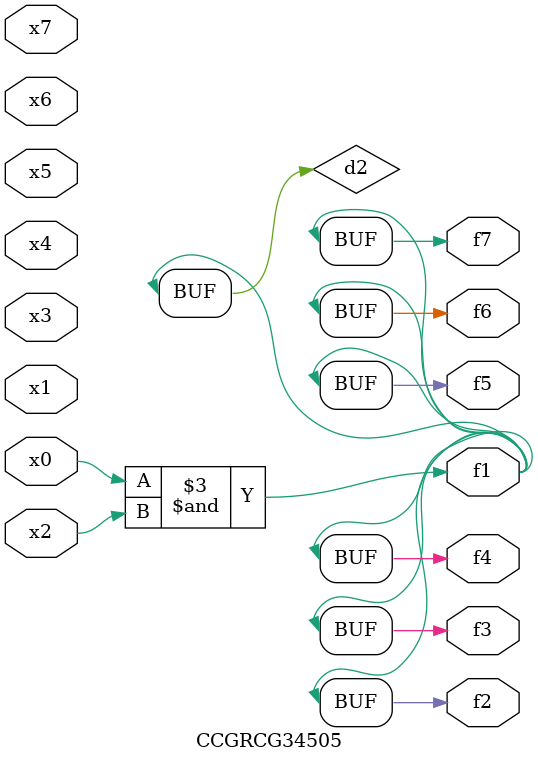
<source format=v>
module CCGRCG34505(
	input x0, x1, x2, x3, x4, x5, x6, x7,
	output f1, f2, f3, f4, f5, f6, f7
);

	wire d1, d2;

	nor (d1, x3, x6);
	and (d2, x0, x2);
	assign f1 = d2;
	assign f2 = d2;
	assign f3 = d2;
	assign f4 = d2;
	assign f5 = d2;
	assign f6 = d2;
	assign f7 = d2;
endmodule

</source>
